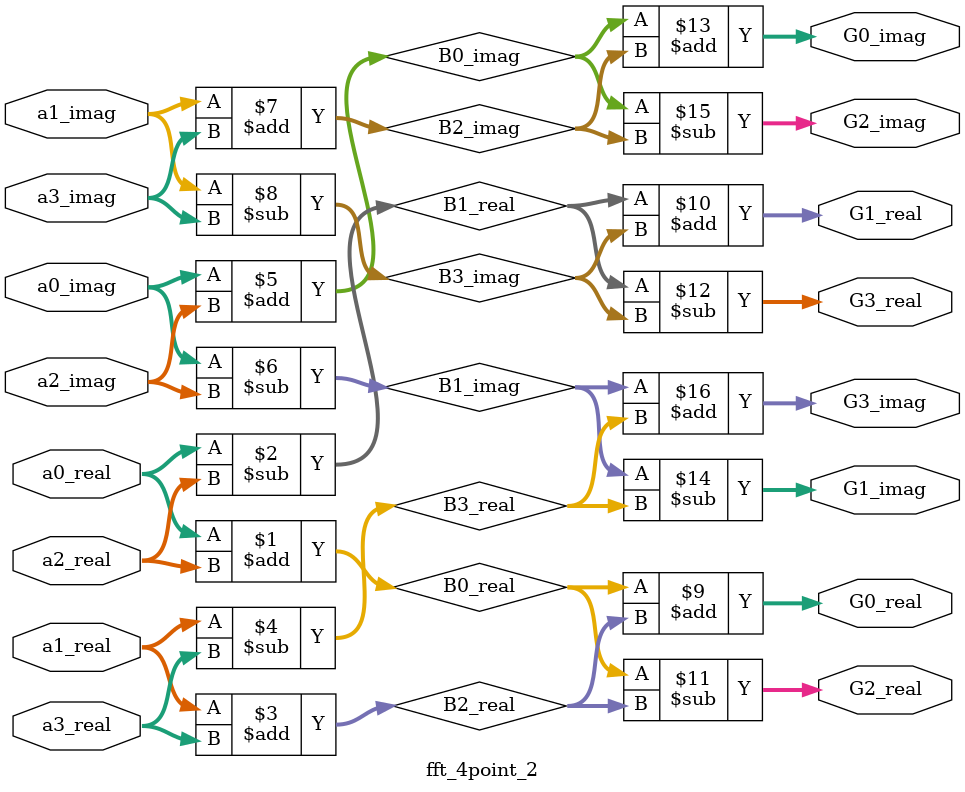
<source format=v>
`timescale 1ns / 1ps


module fft_4point_2 (
    input [15:0] a0_real, a1_real, a2_real, a3_real, // Real inputs
    input [15:0] a0_imag, a1_imag, a2_imag, a3_imag, // Imaginary inputs
    output wire [15:0] G0_real, G1_real, G2_real, G3_real, // Real outputs
    output wire [15:0] G0_imag, G1_imag, G2_imag, G3_imag  // Imaginary outputs
);
    // Internal wires to store intermediate butterfly results
    wire signed [15:0] B0_real, B1_real, B2_real, B3_real;
    wire signed [15:0] B0_imag, B1_imag, B2_imag, B3_imag;

    // Butterfly computations for the real parts
    assign B0_real = a0_real + a2_real;
    assign B1_real = a0_real - a2_real;
    assign B2_real = a1_real + a3_real;
    assign B3_real = a1_real - a3_real;

    // Butterfly computations for the imaginary parts
    assign B0_imag = a0_imag + a2_imag;
    assign B1_imag = a0_imag - a2_imag;
    assign B2_imag = a1_imag + a3_imag;
    assign B3_imag = a1_imag - a3_imag;

    assign G0_real = B0_real + B2_real;
    assign G1_real = B1_real + B3_imag;
    assign G2_real = B0_real - B2_real;
    assign G3_real = B1_real - B3_imag;

    assign G0_imag = B0_imag + B2_imag;
    assign G1_imag = B1_imag - B3_real;
    assign G2_imag = B0_imag - B2_imag;
    assign G3_imag = B1_imag + B3_real;
endmodule

</source>
